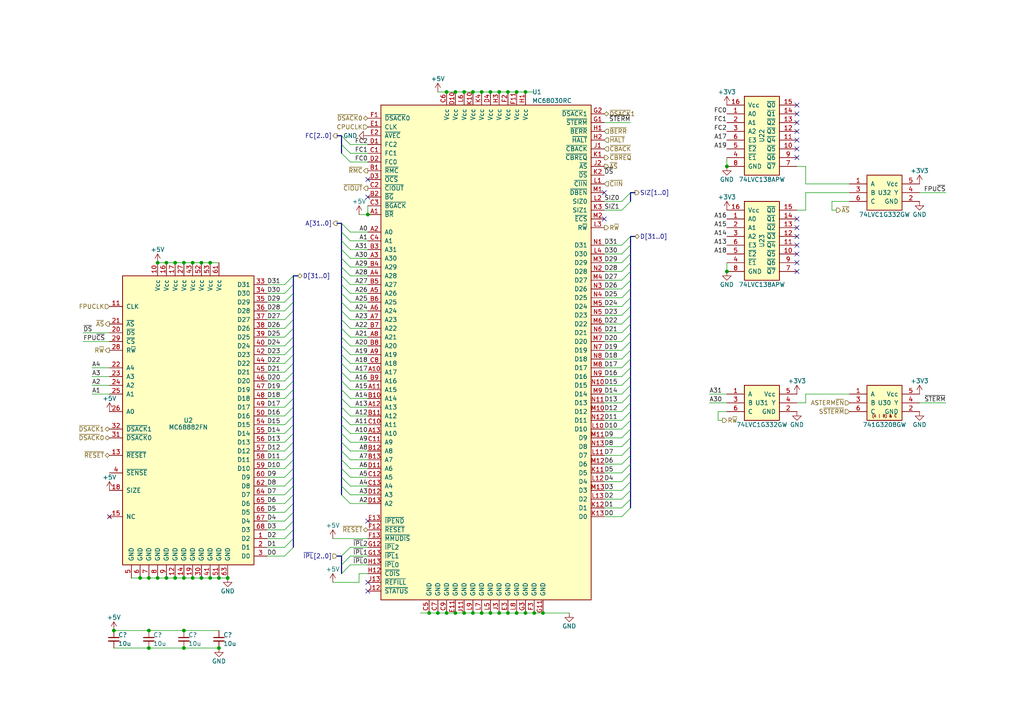
<source format=kicad_sch>
(kicad_sch (version 20230121) (generator eeschema)
  (paper "A4")
  (junction (at 129.54 26.67))
  (junction (at 63.5 187.96))
  (junction (at 66.04 167.64))
  (junction (at 58.42 167.64))
  (junction (at 152.4 26.67))
  (junction (at 147.32 26.67))
  (junction (at 106.68 62.23))
  (junction (at 149.86 177.8))
  (junction (at 60.96 76.2))
  (junction (at 137.16 26.67))
  (junction (at 58.42 76.2))
  (junction (at 127 177.8))
  (junction (at 210.82 78.74))
  (junction (at 132.08 177.8))
  (junction (at 157.48 177.8))
  (junction (at 149.86 26.67))
  (junction (at 53.34 182.88))
  (junction (at 134.62 26.67))
  (junction (at 142.24 26.67))
  (junction (at 147.32 177.8))
  (junction (at 63.5 167.64))
  (junction (at 154.94 177.8))
  (junction (at 134.62 177.8))
  (junction (at 210.82 48.26))
  (junction (at 40.64 167.64))
  (junction (at 129.54 177.8))
  (junction (at 53.34 187.96))
  (junction (at 124.46 177.8))
  (junction (at 43.18 187.96))
  (junction (at 55.88 167.64))
  (junction (at 50.8 167.64))
  (junction (at 139.7 26.67))
  (junction (at 53.34 76.2))
  (junction (at 45.72 76.2))
  (junction (at 50.8 76.2))
  (junction (at 139.7 177.8))
  (junction (at 43.18 167.64))
  (junction (at 152.4 177.8))
  (junction (at 137.16 177.8))
  (junction (at 144.78 26.67))
  (junction (at 142.24 177.8))
  (junction (at 48.26 76.2))
  (junction (at 48.26 167.64))
  (junction (at 33.02 182.88))
  (junction (at 132.08 26.67))
  (junction (at 53.34 167.64))
  (junction (at 55.88 76.2))
  (junction (at 43.18 182.88))
  (junction (at 144.78 177.8))
  (junction (at 45.72 167.64))
  (junction (at 60.96 167.64))
  (no_connect (at 106.68 151.13))
  (no_connect (at 31.75 149.86))
  (no_connect (at 231.14 73.66))
  (no_connect (at 175.26 63.5))
  (no_connect (at 231.14 66.04))
  (no_connect (at 231.14 43.18))
  (no_connect (at 231.14 30.48))
  (no_connect (at 231.14 63.5))
  (no_connect (at 106.68 168.91))
  (no_connect (at 106.68 52.07))
  (no_connect (at 231.14 38.1))
  (no_connect (at 231.14 35.56))
  (no_connect (at 231.14 76.2))
  (no_connect (at 175.26 55.88))
  (no_connect (at 231.14 45.72))
  (no_connect (at 231.14 33.02))
  (no_connect (at 106.68 171.45))
  (no_connect (at 231.14 71.12))
  (no_connect (at 106.68 57.15))
  (no_connect (at 231.14 78.74))
  (no_connect (at 231.14 40.64))
  (no_connect (at 231.14 68.58))
  (bus_entry (at 82.55 128.27) (size 2.54 -2.54))
  (bus_entry (at 101.6 90.17) (size -2.54 -2.54))
  (bus_entry (at 101.6 113.03) (size -2.54 -2.54))
  (bus_entry (at 101.6 105.41) (size -2.54 -2.54))
  (bus_entry (at 180.34 134.62) (size 2.54 -2.54))
  (bus_entry (at 101.6 69.85) (size -2.54 -2.54))
  (bus_entry (at 180.34 109.22) (size 2.54 -2.54))
  (bus_entry (at 180.34 91.44) (size 2.54 -2.54))
  (bus_entry (at 101.6 85.09) (size -2.54 -2.54))
  (bus_entry (at 101.6 161.29) (size -2.54 2.54))
  (bus_entry (at 82.55 97.79) (size 2.54 -2.54))
  (bus_entry (at 180.34 73.66) (size 2.54 -2.54))
  (bus_entry (at 82.55 100.33) (size 2.54 -2.54))
  (bus_entry (at 180.34 124.46) (size 2.54 -2.54))
  (bus_entry (at 101.6 82.55) (size -2.54 -2.54))
  (bus_entry (at 101.6 138.43) (size -2.54 -2.54))
  (bus_entry (at 180.34 76.2) (size 2.54 -2.54))
  (bus_entry (at 180.34 58.42) (size 2.54 -2.54))
  (bus_entry (at 82.55 92.71) (size 2.54 -2.54))
  (bus_entry (at 180.34 147.32) (size 2.54 -2.54))
  (bus_entry (at 101.6 118.11) (size -2.54 -2.54))
  (bus_entry (at 101.6 100.33) (size -2.54 -2.54))
  (bus_entry (at 101.6 95.25) (size -2.54 -2.54))
  (bus_entry (at 82.55 130.81) (size 2.54 -2.54))
  (bus_entry (at 180.34 116.84) (size 2.54 -2.54))
  (bus_entry (at 101.6 110.49) (size -2.54 -2.54))
  (bus_entry (at 180.34 139.7) (size 2.54 -2.54))
  (bus_entry (at 180.34 137.16) (size 2.54 -2.54))
  (bus_entry (at 101.6 140.97) (size -2.54 -2.54))
  (bus_entry (at 82.55 118.11) (size 2.54 -2.54))
  (bus_entry (at 101.6 92.71) (size -2.54 -2.54))
  (bus_entry (at 82.55 82.55) (size 2.54 -2.54))
  (bus_entry (at 101.6 74.93) (size -2.54 -2.54))
  (bus_entry (at 82.55 151.13) (size 2.54 -2.54))
  (bus_entry (at 180.34 142.24) (size 2.54 -2.54))
  (bus_entry (at 180.34 93.98) (size 2.54 -2.54))
  (bus_entry (at 82.55 140.97) (size 2.54 -2.54))
  (bus_entry (at 82.55 95.25) (size 2.54 -2.54))
  (bus_entry (at 180.34 96.52) (size 2.54 -2.54))
  (bus_entry (at 82.55 158.75) (size 2.54 -2.54))
  (bus_entry (at 82.55 115.57) (size 2.54 -2.54))
  (bus_entry (at 180.34 81.28) (size 2.54 -2.54))
  (bus_entry (at 101.6 107.95) (size -2.54 -2.54))
  (bus_entry (at 101.6 143.51) (size -2.54 -2.54))
  (bus_entry (at 82.55 87.63) (size 2.54 -2.54))
  (bus_entry (at 82.55 120.65) (size 2.54 -2.54))
  (bus_entry (at 101.6 135.89) (size -2.54 -2.54))
  (bus_entry (at 101.6 158.75) (size -2.54 2.54))
  (bus_entry (at 101.6 87.63) (size -2.54 -2.54))
  (bus_entry (at 82.55 153.67) (size 2.54 -2.54))
  (bus_entry (at 101.6 46.99) (size -2.54 -2.54))
  (bus_entry (at 101.6 123.19) (size -2.54 -2.54))
  (bus_entry (at 82.55 85.09) (size 2.54 -2.54))
  (bus_entry (at 101.6 163.83) (size -2.54 2.54))
  (bus_entry (at 180.34 129.54) (size 2.54 -2.54))
  (bus_entry (at 180.34 71.12) (size 2.54 -2.54))
  (bus_entry (at 180.34 101.6) (size 2.54 -2.54))
  (bus_entry (at 180.34 60.96) (size 2.54 -2.54))
  (bus_entry (at 101.6 77.47) (size -2.54 -2.54))
  (bus_entry (at 101.6 97.79) (size -2.54 -2.54))
  (bus_entry (at 82.55 90.17) (size 2.54 -2.54))
  (bus_entry (at 82.55 125.73) (size 2.54 -2.54))
  (bus_entry (at 180.34 144.78) (size 2.54 -2.54))
  (bus_entry (at 101.6 67.31) (size -2.54 -2.54))
  (bus_entry (at 180.34 114.3) (size 2.54 -2.54))
  (bus_entry (at 101.6 120.65) (size -2.54 -2.54))
  (bus_entry (at 101.6 44.45) (size -2.54 -2.54))
  (bus_entry (at 82.55 135.89) (size 2.54 -2.54))
  (bus_entry (at 101.6 41.91) (size -2.54 -2.54))
  (bus_entry (at 101.6 128.27) (size -2.54 -2.54))
  (bus_entry (at 82.55 138.43) (size 2.54 -2.54))
  (bus_entry (at 180.34 104.14) (size 2.54 -2.54))
  (bus_entry (at 82.55 161.29) (size 2.54 -2.54))
  (bus_entry (at 180.34 127) (size 2.54 -2.54))
  (bus_entry (at 180.34 149.86) (size 2.54 -2.54))
  (bus_entry (at 82.55 107.95) (size 2.54 -2.54))
  (bus_entry (at 101.6 146.05) (size -2.54 -2.54))
  (bus_entry (at 180.34 121.92) (size 2.54 -2.54))
  (bus_entry (at 180.34 106.68) (size 2.54 -2.54))
  (bus_entry (at 101.6 72.39) (size -2.54 -2.54))
  (bus_entry (at 180.34 99.06) (size 2.54 -2.54))
  (bus_entry (at 82.55 148.59) (size 2.54 -2.54))
  (bus_entry (at 82.55 133.35) (size 2.54 -2.54))
  (bus_entry (at 82.55 123.19) (size 2.54 -2.54))
  (bus_entry (at 180.34 86.36) (size 2.54 -2.54))
  (bus_entry (at 180.34 83.82) (size 2.54 -2.54))
  (bus_entry (at 82.55 143.51) (size 2.54 -2.54))
  (bus_entry (at 101.6 115.57) (size -2.54 -2.54))
  (bus_entry (at 82.55 105.41) (size 2.54 -2.54))
  (bus_entry (at 101.6 102.87) (size -2.54 -2.54))
  (bus_entry (at 101.6 133.35) (size -2.54 -2.54))
  (bus_entry (at 82.55 102.87) (size 2.54 -2.54))
  (bus_entry (at 82.55 146.05) (size 2.54 -2.54))
  (bus_entry (at 82.55 113.03) (size 2.54 -2.54))
  (bus_entry (at 101.6 130.81) (size -2.54 -2.54))
  (bus_entry (at 180.34 78.74) (size 2.54 -2.54))
  (bus_entry (at 180.34 119.38) (size 2.54 -2.54))
  (bus_entry (at 82.55 156.21) (size 2.54 -2.54))
  (bus_entry (at 101.6 80.01) (size -2.54 -2.54))
  (bus_entry (at 180.34 88.9) (size 2.54 -2.54))
  (bus_entry (at 180.34 132.08) (size 2.54 -2.54))
  (bus_entry (at 101.6 125.73) (size -2.54 -2.54))
  (bus_entry (at 82.55 110.49) (size 2.54 -2.54))
  (bus_entry (at 180.34 111.76) (size 2.54 -2.54))
  (wire (pts (xy 180.34 60.96) (xy 175.26 60.96)))
  (bus (pts (xy 99.06 82.55) (xy 99.06 85.09)))
  (bus (pts (xy 85.09 135.89) (xy 85.09 138.43)))
  (wire (pts (xy 209.55 121.92) (xy 208.28 121.92)))
  (bus (pts (xy 182.88 68.58) (xy 182.88 71.12)))
  (bus (pts (xy 182.88 132.08) (xy 182.88 134.62)))
  (wire (pts (xy 144.78 26.67) (xy 147.32 26.67)))
  (wire (pts (xy 137.16 177.8) (xy 139.7 177.8)))
  (wire (pts (xy 208.28 121.92) (xy 208.28 119.38)))
  (bus (pts (xy 99.06 74.93) (xy 99.06 77.47)))
  (wire (pts (xy 45.72 76.2) (xy 48.26 76.2)))
  (wire (pts (xy 53.34 76.2) (xy 55.88 76.2)))
  (wire (pts (xy 43.18 167.64) (xy 40.64 167.64)))
  (wire (pts (xy 175.26 81.28) (xy 180.34 81.28)))
  (wire (pts (xy 106.68 140.97) (xy 101.6 140.97)))
  (wire (pts (xy 175.26 124.46) (xy 180.34 124.46)))
  (bus (pts (xy 85.09 153.67) (xy 85.09 156.21)))
  (bus (pts (xy 99.06 90.17) (xy 99.06 92.71)))
  (wire (pts (xy 33.02 182.88) (xy 43.18 182.88)))
  (bus (pts (xy 99.06 118.11) (xy 99.06 120.65)))
  (bus (pts (xy 99.06 125.73) (xy 99.06 128.27)))
  (wire (pts (xy 233.68 55.88) (xy 246.38 55.88)))
  (bus (pts (xy 85.09 115.57) (xy 85.09 118.11)))
  (wire (pts (xy 63.5 167.64) (xy 60.96 167.64)))
  (wire (pts (xy 132.08 177.8) (xy 134.62 177.8)))
  (bus (pts (xy 182.88 124.46) (xy 182.88 127)))
  (wire (pts (xy 175.26 129.54) (xy 180.34 129.54)))
  (wire (pts (xy 154.94 177.8) (xy 157.48 177.8)))
  (wire (pts (xy 77.47 100.33) (xy 82.55 100.33)))
  (wire (pts (xy 175.26 139.7) (xy 180.34 139.7)))
  (bus (pts (xy 99.06 107.95) (xy 99.06 110.49)))
  (wire (pts (xy 175.26 134.62) (xy 180.34 134.62)))
  (wire (pts (xy 26.67 109.22) (xy 31.75 109.22)))
  (wire (pts (xy 149.86 177.8) (xy 152.4 177.8)))
  (wire (pts (xy 106.68 158.75) (xy 101.6 158.75)))
  (wire (pts (xy 139.7 26.67) (xy 142.24 26.67)))
  (wire (pts (xy 175.26 137.16) (xy 180.34 137.16)))
  (wire (pts (xy 144.78 177.8) (xy 147.32 177.8)))
  (wire (pts (xy 134.62 26.67) (xy 137.16 26.67)))
  (bus (pts (xy 182.88 83.82) (xy 182.88 86.36)))
  (bus (pts (xy 85.09 146.05) (xy 85.09 148.59)))
  (wire (pts (xy 233.68 53.34) (xy 246.38 53.34)))
  (wire (pts (xy 77.47 133.35) (xy 82.55 133.35)))
  (wire (pts (xy 106.68 92.71) (xy 101.6 92.71)))
  (bus (pts (xy 99.06 85.09) (xy 99.06 87.63)))
  (wire (pts (xy 142.24 26.67) (xy 144.78 26.67)))
  (bus (pts (xy 99.06 135.89) (xy 99.06 138.43)))
  (wire (pts (xy 77.47 161.29) (xy 82.55 161.29)))
  (wire (pts (xy 175.26 142.24) (xy 180.34 142.24)))
  (wire (pts (xy 152.4 26.67) (xy 154.94 26.67)))
  (bus (pts (xy 97.79 39.37) (xy 99.06 39.37)))
  (bus (pts (xy 85.09 148.59) (xy 85.09 151.13)))
  (wire (pts (xy 106.68 123.19) (xy 101.6 123.19)))
  (wire (pts (xy 77.47 151.13) (xy 82.55 151.13)))
  (bus (pts (xy 99.06 128.27) (xy 99.06 130.81)))
  (wire (pts (xy 106.68 87.63) (xy 101.6 87.63)))
  (wire (pts (xy 53.34 182.88) (xy 63.5 182.88)))
  (wire (pts (xy 50.8 76.2) (xy 53.34 76.2)))
  (wire (pts (xy 40.64 167.64) (xy 38.1 167.64)))
  (bus (pts (xy 99.06 67.31) (xy 99.06 69.85)))
  (bus (pts (xy 99.06 39.37) (xy 99.06 41.91)))
  (wire (pts (xy 152.4 177.8) (xy 154.94 177.8)))
  (bus (pts (xy 85.09 110.49) (xy 85.09 113.03)))
  (wire (pts (xy 77.47 87.63) (xy 82.55 87.63)))
  (wire (pts (xy 106.68 146.05) (xy 101.6 146.05)))
  (bus (pts (xy 85.09 130.81) (xy 85.09 133.35)))
  (wire (pts (xy 104.14 62.23) (xy 106.68 62.23)))
  (wire (pts (xy 106.68 161.29) (xy 101.6 161.29)))
  (bus (pts (xy 85.09 113.03) (xy 85.09 115.57)))
  (wire (pts (xy 175.26 121.92) (xy 180.34 121.92)))
  (wire (pts (xy 175.26 35.56) (xy 182.88 35.56)))
  (bus (pts (xy 85.09 143.51) (xy 85.09 146.05)))
  (wire (pts (xy 132.08 26.67) (xy 134.62 26.67)))
  (bus (pts (xy 182.88 137.16) (xy 182.88 139.7)))
  (wire (pts (xy 77.47 148.59) (xy 82.55 148.59)))
  (wire (pts (xy 101.6 41.91) (xy 106.68 41.91)))
  (wire (pts (xy 106.68 143.51) (xy 101.6 143.51)))
  (wire (pts (xy 142.24 177.8) (xy 144.78 177.8)))
  (bus (pts (xy 85.09 125.73) (xy 85.09 128.27)))
  (wire (pts (xy 205.74 116.84) (xy 210.82 116.84)))
  (wire (pts (xy 77.47 135.89) (xy 82.55 135.89)))
  (wire (pts (xy 106.68 77.47) (xy 101.6 77.47)))
  (bus (pts (xy 99.06 113.03) (xy 99.06 115.57)))
  (wire (pts (xy 233.68 48.26) (xy 233.68 53.34)))
  (wire (pts (xy 96.52 156.21) (xy 106.68 156.21)))
  (wire (pts (xy 175.26 93.98) (xy 180.34 93.98)))
  (bus (pts (xy 99.06 64.77) (xy 99.06 67.31)))
  (bus (pts (xy 85.09 118.11) (xy 85.09 120.65)))
  (wire (pts (xy 77.47 105.41) (xy 82.55 105.41)))
  (wire (pts (xy 106.68 133.35) (xy 101.6 133.35)))
  (wire (pts (xy 205.74 114.3) (xy 210.82 114.3)))
  (bus (pts (xy 97.79 161.29) (xy 99.06 161.29)))
  (wire (pts (xy 106.68 107.95) (xy 101.6 107.95)))
  (wire (pts (xy 77.47 110.49) (xy 82.55 110.49)))
  (bus (pts (xy 99.06 130.81) (xy 99.06 133.35)))
  (bus (pts (xy 85.09 90.17) (xy 85.09 92.71)))
  (bus (pts (xy 182.88 114.3) (xy 182.88 116.84)))
  (wire (pts (xy 137.16 26.67) (xy 139.7 26.67)))
  (wire (pts (xy 26.67 114.3) (xy 31.75 114.3)))
  (wire (pts (xy 175.26 76.2) (xy 180.34 76.2)))
  (wire (pts (xy 157.48 177.8) (xy 165.1 177.8)))
  (wire (pts (xy 242.57 60.96) (xy 241.3 60.96)))
  (bus (pts (xy 85.09 140.97) (xy 85.09 143.51)))
  (bus (pts (xy 99.06 100.33) (xy 99.06 102.87)))
  (wire (pts (xy 129.54 26.67) (xy 132.08 26.67)))
  (wire (pts (xy 77.47 82.55) (xy 82.55 82.55)))
  (wire (pts (xy 101.6 46.99) (xy 106.68 46.99)))
  (wire (pts (xy 96.52 168.91) (xy 104.14 168.91)))
  (wire (pts (xy 127 177.8) (xy 129.54 177.8)))
  (wire (pts (xy 43.18 187.96) (xy 53.34 187.96)))
  (wire (pts (xy 147.32 177.8) (xy 149.86 177.8)))
  (bus (pts (xy 99.06 120.65) (xy 99.06 123.19)))
  (wire (pts (xy 106.68 110.49) (xy 101.6 110.49)))
  (wire (pts (xy 55.88 76.2) (xy 58.42 76.2)))
  (wire (pts (xy 58.42 76.2) (xy 60.96 76.2)))
  (bus (pts (xy 182.88 73.66) (xy 182.88 76.2)))
  (bus (pts (xy 182.88 104.14) (xy 182.88 106.68)))
  (bus (pts (xy 99.06 140.97) (xy 99.06 143.51)))
  (wire (pts (xy 77.47 95.25) (xy 82.55 95.25)))
  (wire (pts (xy 175.26 127) (xy 180.34 127)))
  (wire (pts (xy 77.47 146.05) (xy 82.55 146.05)))
  (bus (pts (xy 99.06 97.79) (xy 99.06 100.33)))
  (bus (pts (xy 85.09 87.63) (xy 85.09 90.17)))
  (bus (pts (xy 85.09 95.25) (xy 85.09 97.79)))
  (wire (pts (xy 58.42 167.64) (xy 55.88 167.64)))
  (bus (pts (xy 184.15 68.58) (xy 182.88 68.58)))
  (wire (pts (xy 48.26 167.64) (xy 45.72 167.64)))
  (bus (pts (xy 182.88 99.06) (xy 182.88 101.6)))
  (wire (pts (xy 106.68 118.11) (xy 101.6 118.11)))
  (bus (pts (xy 85.09 128.27) (xy 85.09 130.81)))
  (wire (pts (xy 121.92 177.8) (xy 124.46 177.8)))
  (wire (pts (xy 26.67 106.68) (xy 31.75 106.68)))
  (bus (pts (xy 99.06 80.01) (xy 99.06 82.55)))
  (wire (pts (xy 175.26 73.66) (xy 180.34 73.66)))
  (bus (pts (xy 182.88 93.98) (xy 182.88 96.52)))
  (wire (pts (xy 77.47 143.51) (xy 82.55 143.51)))
  (wire (pts (xy 31.75 99.06) (xy 24.13 99.06)))
  (wire (pts (xy 175.26 116.84) (xy 180.34 116.84)))
  (wire (pts (xy 231.14 48.26) (xy 233.68 48.26)))
  (wire (pts (xy 53.34 167.64) (xy 50.8 167.64)))
  (wire (pts (xy 53.34 187.96) (xy 63.5 187.96)))
  (wire (pts (xy 175.26 96.52) (xy 180.34 96.52)))
  (wire (pts (xy 175.26 147.32) (xy 180.34 147.32)))
  (wire (pts (xy 77.47 130.81) (xy 82.55 130.81)))
  (wire (pts (xy 106.68 82.55) (xy 101.6 82.55)))
  (wire (pts (xy 106.68 115.57) (xy 101.6 115.57)))
  (wire (pts (xy 233.68 55.88) (xy 233.68 60.96)))
  (wire (pts (xy 175.26 101.6) (xy 180.34 101.6)))
  (bus (pts (xy 85.09 156.21) (xy 85.09 158.75)))
  (bus (pts (xy 99.06 92.71) (xy 99.06 95.25)))
  (wire (pts (xy 231.14 116.84) (xy 233.68 116.84)))
  (bus (pts (xy 182.88 109.22) (xy 182.88 111.76)))
  (bus (pts (xy 99.06 41.91) (xy 99.06 44.45)))
  (wire (pts (xy 33.02 187.96) (xy 43.18 187.96)))
  (bus (pts (xy 182.88 88.9) (xy 182.88 91.44)))
  (wire (pts (xy 241.3 58.42) (xy 246.38 58.42)))
  (wire (pts (xy 106.68 100.33) (xy 101.6 100.33)))
  (wire (pts (xy 233.68 116.84) (xy 233.68 114.3)))
  (bus (pts (xy 182.88 134.62) (xy 182.88 137.16)))
  (wire (pts (xy 124.46 177.8) (xy 127 177.8)))
  (wire (pts (xy 106.68 72.39) (xy 101.6 72.39)))
  (bus (pts (xy 99.06 77.47) (xy 99.06 80.01)))
  (bus (pts (xy 99.06 138.43) (xy 99.06 140.97)))
  (wire (pts (xy 77.47 107.95) (xy 82.55 107.95)))
  (wire (pts (xy 175.26 119.38) (xy 180.34 119.38)))
  (bus (pts (xy 85.09 107.95) (xy 85.09 110.49)))
  (bus (pts (xy 99.06 161.29) (xy 99.06 163.83)))
  (bus (pts (xy 182.88 91.44) (xy 182.88 93.98)))
  (wire (pts (xy 106.68 44.45) (xy 101.6 44.45)))
  (wire (pts (xy 175.26 109.22) (xy 180.34 109.22)))
  (bus (pts (xy 182.88 129.54) (xy 182.88 132.08)))
  (wire (pts (xy 106.68 102.87) (xy 101.6 102.87)))
  (wire (pts (xy 66.04 167.64) (xy 63.5 167.64)))
  (wire (pts (xy 106.68 80.01) (xy 101.6 80.01)))
  (wire (pts (xy 77.47 92.71) (xy 82.55 92.71)))
  (wire (pts (xy 106.68 135.89) (xy 101.6 135.89)))
  (bus (pts (xy 86.36 80.01) (xy 85.09 80.01)))
  (bus (pts (xy 182.88 111.76) (xy 182.88 114.3)))
  (wire (pts (xy 106.68 85.09) (xy 101.6 85.09)))
  (bus (pts (xy 182.88 127) (xy 182.88 129.54)))
  (wire (pts (xy 106.68 74.93) (xy 101.6 74.93)))
  (bus (pts (xy 99.06 133.35) (xy 99.06 135.89)))
  (bus (pts (xy 182.88 96.52) (xy 182.88 99.06)))
  (bus (pts (xy 85.09 82.55) (xy 85.09 85.09)))
  (bus (pts (xy 182.88 106.68) (xy 182.88 109.22)))
  (bus (pts (xy 182.88 78.74) (xy 182.88 81.28)))
  (wire (pts (xy 266.7 55.88) (xy 274.32 55.88)))
  (wire (pts (xy 26.67 111.76) (xy 31.75 111.76)))
  (wire (pts (xy 77.47 115.57) (xy 82.55 115.57)))
  (bus (pts (xy 184.15 55.88) (xy 182.88 55.88)))
  (wire (pts (xy 77.47 153.67) (xy 82.55 153.67)))
  (wire (pts (xy 266.7 116.84) (xy 274.32 116.84)))
  (bus (pts (xy 85.09 133.35) (xy 85.09 135.89)))
  (bus (pts (xy 99.06 69.85) (xy 99.06 72.39)))
  (wire (pts (xy 77.47 158.75) (xy 82.55 158.75)))
  (wire (pts (xy 233.68 114.3) (xy 246.38 114.3)))
  (bus (pts (xy 99.06 105.41) (xy 99.06 107.95)))
  (bus (pts (xy 182.88 142.24) (xy 182.88 144.78)))
  (bus (pts (xy 182.88 101.6) (xy 182.88 104.14)))
  (bus (pts (xy 99.06 72.39) (xy 99.06 74.93)))
  (bus (pts (xy 182.88 144.78) (xy 182.88 147.32)))
  (wire (pts (xy 208.28 119.38) (xy 210.82 119.38)))
  (wire (pts (xy 127 26.67) (xy 129.54 26.67)))
  (bus (pts (xy 182.88 81.28) (xy 182.88 83.82)))
  (wire (pts (xy 60.96 76.2) (xy 63.5 76.2)))
  (wire (pts (xy 77.47 97.79) (xy 82.55 97.79)))
  (wire (pts (xy 106.68 128.27) (xy 101.6 128.27)))
  (wire (pts (xy 77.47 85.09) (xy 82.55 85.09)))
  (bus (pts (xy 99.06 163.83) (xy 99.06 166.37)))
  (wire (pts (xy 104.14 166.37) (xy 106.68 166.37)))
  (wire (pts (xy 175.26 88.9) (xy 180.34 88.9)))
  (wire (pts (xy 139.7 177.8) (xy 142.24 177.8)))
  (wire (pts (xy 106.68 138.43) (xy 101.6 138.43)))
  (bus (pts (xy 99.06 115.57) (xy 99.06 118.11)))
  (bus (pts (xy 97.79 64.77) (xy 99.06 64.77)))
  (wire (pts (xy 77.47 123.19) (xy 82.55 123.19)))
  (wire (pts (xy 175.26 58.42) (xy 180.34 58.42)))
  (wire (pts (xy 175.26 71.12) (xy 180.34 71.12)))
  (wire (pts (xy 45.72 167.64) (xy 43.18 167.64)))
  (wire (pts (xy 129.54 177.8) (xy 132.08 177.8)))
  (bus (pts (xy 99.06 102.87) (xy 99.06 105.41)))
  (wire (pts (xy 175.26 78.74) (xy 180.34 78.74)))
  (bus (pts (xy 85.09 151.13) (xy 85.09 153.67)))
  (wire (pts (xy 77.47 102.87) (xy 82.55 102.87)))
  (wire (pts (xy 106.68 69.85) (xy 101.6 69.85)))
  (wire (pts (xy 50.8 167.64) (xy 48.26 167.64)))
  (wire (pts (xy 77.47 138.43) (xy 82.55 138.43)))
  (wire (pts (xy 106.68 67.31) (xy 101.6 67.31)))
  (wire (pts (xy 231.14 60.96) (xy 233.68 60.96)))
  (wire (pts (xy 77.47 113.03) (xy 82.55 113.03)))
  (bus (pts (xy 85.09 123.19) (xy 85.09 125.73)))
  (wire (pts (xy 175.26 111.76) (xy 180.34 111.76)))
  (wire (pts (xy 175.26 104.14) (xy 180.34 104.14)))
  (wire (pts (xy 147.32 26.67) (xy 149.86 26.67)))
  (bus (pts (xy 182.88 139.7) (xy 182.88 142.24)))
  (bus (pts (xy 85.09 102.87) (xy 85.09 105.41)))
  (wire (pts (xy 175.26 114.3) (xy 180.34 114.3)))
  (wire (pts (xy 175.26 132.08) (xy 180.34 132.08)))
  (wire (pts (xy 77.47 128.27) (xy 82.55 128.27)))
  (wire (pts (xy 77.47 120.65) (xy 82.55 120.65)))
  (wire (pts (xy 175.26 99.06) (xy 180.34 99.06)))
  (bus (pts (xy 99.06 95.25) (xy 99.06 97.79)))
  (wire (pts (xy 175.26 86.36) (xy 180.34 86.36)))
  (wire (pts (xy 77.47 125.73) (xy 82.55 125.73)))
  (bus (pts (xy 182.88 116.84) (xy 182.88 119.38)))
  (wire (pts (xy 175.26 106.68) (xy 180.34 106.68)))
  (wire (pts (xy 210.82 76.2) (xy 210.82 78.74)))
  (bus (pts (xy 182.88 71.12) (xy 182.88 73.66)))
  (bus (pts (xy 85.09 100.33) (xy 85.09 102.87)))
  (wire (pts (xy 106.68 130.81) (xy 101.6 130.81)))
  (wire (pts (xy 241.3 60.96) (xy 241.3 58.42)))
  (wire (pts (xy 106.68 105.41) (xy 101.6 105.41)))
  (wire (pts (xy 106.68 97.79) (xy 101.6 97.79)))
  (wire (pts (xy 175.26 83.82) (xy 180.34 83.82)))
  (wire (pts (xy 77.47 118.11) (xy 82.55 118.11)))
  (wire (pts (xy 106.68 62.23) (xy 106.68 59.69)))
  (wire (pts (xy 210.82 45.72) (xy 210.82 48.26)))
  (wire (pts (xy 77.47 90.17) (xy 82.55 90.17)))
  (bus (pts (xy 182.88 121.92) (xy 182.88 124.46)))
  (wire (pts (xy 48.26 76.2) (xy 50.8 76.2)))
  (bus (pts (xy 182.88 119.38) (xy 182.88 121.92)))
  (wire (pts (xy 24.13 96.52) (xy 31.75 96.52)))
  (bus (pts (xy 182.88 86.36) (xy 182.88 88.9)))
  (wire (pts (xy 106.68 120.65) (xy 101.6 120.65)))
  (wire (pts (xy 106.68 113.03) (xy 101.6 113.03)))
  (wire (pts (xy 106.68 90.17) (xy 101.6 90.17)))
  (bus (pts (xy 182.88 76.2) (xy 182.88 78.74)))
  (bus (pts (xy 99.06 87.63) (xy 99.06 90.17)))
  (bus (pts (xy 99.06 110.49) (xy 99.06 113.03)))
  (wire (pts (xy 104.14 168.91) (xy 104.14 166.37)))
  (wire (pts (xy 77.47 156.21) (xy 82.55 156.21)))
  (wire (pts (xy 149.86 26.67) (xy 152.4 26.67)))
  (bus (pts (xy 85.09 138.43) (xy 85.09 140.97)))
  (bus (pts (xy 182.88 55.88) (xy 182.88 58.42)))
  (wire (pts (xy 134.62 177.8) (xy 137.16 177.8)))
  (wire (pts (xy 106.68 125.73) (xy 101.6 125.73)))
  (wire (pts (xy 55.88 167.64) (xy 53.34 167.64)))
  (bus (pts (xy 85.09 80.01) (xy 85.09 82.55)))
  (bus (pts (xy 85.09 92.71) (xy 85.09 95.25)))
  (bus (pts (xy 99.06 123.19) (xy 99.06 125.73)))
  (wire (pts (xy 60.96 167.64) (xy 58.42 167.64)))
  (wire (pts (xy 77.47 140.97) (xy 82.55 140.97)))
  (bus (pts (xy 85.09 105.41) (xy 85.09 107.95)))
  (wire (pts (xy 175.26 149.86) (xy 180.34 149.86)))
  (wire (pts (xy 106.68 95.25) (xy 101.6 95.25)))
  (wire (pts (xy 175.26 91.44) (xy 180.34 91.44)))
  (bus (pts (xy 85.09 97.79) (xy 85.09 100.33)))
  (bus (pts (xy 85.09 120.65) (xy 85.09 123.19)))
  (wire (pts (xy 53.34 182.88) (xy 43.18 182.88)))
  (wire (pts (xy 175.26 144.78) (xy 180.34 144.78)))
  (wire (pts (xy 106.68 163.83) (xy 101.6 163.83)))
  (bus (pts (xy 85.09 85.09) (xy 85.09 87.63)))
  (label "FC1" (at 210.82 35.56 180))
  (label "A4" (at 106.68 140.97 180))
  (label "D28" (at 175.26 78.74 0))
  (label "D21" (at 77.47 107.95 0))
  (label "A2" (at 106.68 146.05 180))
  (label "D8" (at 77.47 140.97 0))
  (label "A9" (at 106.68 128.27 180))
  (label "D11" (at 175.26 121.92 0))
  (label "D18" (at 77.47 115.57 0))
  (label "A5" (at 106.68 138.43 180))
  (label "A4" (at 26.67 106.68 0))
  (label "D20" (at 77.47 110.49 0))
  (label "D19" (at 175.26 101.6 0))
  (label "~{IPL}0" (at 106.68 163.83 180))
  (label "D27" (at 77.47 92.71 0))
  (label "A24" (at 106.68 90.17 180))
  (label "A23" (at 106.68 92.71 180))
  (label "A16" (at 210.82 63.5 180))
  (label "D30" (at 175.26 73.66 0))
  (label "A2" (at 26.67 111.76 0))
  (label "A15" (at 210.82 66.04 180))
  (label "D17" (at 175.26 106.68 0))
  (label "FC1" (at 106.68 44.45 180))
  (label "D3" (at 175.26 142.24 0))
  (label "A11" (at 106.68 123.19 180))
  (label "D6" (at 175.26 134.62 0))
  (label "D0" (at 77.47 161.29 0))
  (label "D9" (at 77.47 138.43 0))
  (label "D29" (at 175.26 76.2 0))
  (label "A30" (at 205.74 116.84 0))
  (label "A29" (at 106.68 77.47 180))
  (label "A13" (at 210.82 71.12 180))
  (label "A28" (at 106.68 80.01 180))
  (label "~{DS}" (at 24.13 96.52 0))
  (label "A22" (at 106.68 95.25 180))
  (label "D2" (at 175.26 144.78 0))
  (label "D22" (at 77.47 105.41 0))
  (label "D15" (at 77.47 123.19 0))
  (label "D25" (at 175.26 86.36 0))
  (label "D10" (at 77.47 135.89 0))
  (label "D14" (at 77.47 125.73 0))
  (label "SIZ1" (at 175.26 60.96 0))
  (label "~{IPL}2" (at 106.68 158.75 180))
  (label "A20" (at 106.68 100.33 180))
  (label "D7" (at 77.47 143.51 0))
  (label "D5" (at 175.26 137.16 0))
  (label "D4" (at 77.47 151.13 0))
  (label "A1" (at 106.68 69.85 180))
  (label "SIZ0" (at 175.26 58.42 0))
  (label "A26" (at 106.68 85.09 180))
  (label "D16" (at 77.47 120.65 0))
  (label "D11" (at 77.47 133.35 0))
  (label "A25" (at 106.68 87.63 180))
  (label "A15" (at 106.68 113.03 180))
  (label "D6" (at 77.47 146.05 0))
  (label "D31" (at 175.26 71.12 0))
  (label "A17" (at 210.82 40.64 180))
  (label "D20" (at 175.26 99.06 0))
  (label "~{STERM}" (at 274.32 116.84 180))
  (label "D1" (at 175.26 147.32 0))
  (label "D12" (at 77.47 130.81 0))
  (label "D25" (at 77.47 97.79 0))
  (label "A31" (at 205.74 114.3 0))
  (label "FPU~{CS}" (at 24.13 99.06 0))
  (label "D24" (at 77.47 100.33 0))
  (label "D31" (at 77.47 82.55 0))
  (label "FC0" (at 210.82 33.02 180))
  (label "A13" (at 106.68 118.11 180))
  (label "D26" (at 77.47 95.25 0))
  (label "A19" (at 210.82 43.18 180))
  (label "D5" (at 77.47 148.59 0))
  (label "A3" (at 26.67 109.22 0))
  (label "D7" (at 175.26 132.08 0))
  (label "FC2" (at 106.68 41.91 180))
  (label "~{DS}" (at 175.26 50.8 0))
  (label "A14" (at 210.82 68.58 180))
  (label "D13" (at 175.26 116.84 0))
  (label "D23" (at 175.26 91.44 0))
  (label "D28" (at 77.47 90.17 0))
  (label "D16" (at 175.26 109.22 0))
  (label "A18" (at 106.68 105.41 180))
  (label "FC0" (at 106.68 46.99 180))
  (label "D1" (at 77.47 158.75 0))
  (label "D18" (at 175.26 104.14 0))
  (label "A17" (at 106.68 107.95 180))
  (label "A18" (at 210.82 73.66 180))
  (label "~{STERM}" (at 182.88 35.56 180))
  (label "FPU~{CS}" (at 274.32 55.88 180))
  (label "D12" (at 175.26 119.38 0))
  (label "D30" (at 77.47 85.09 0))
  (label "D17" (at 77.47 118.11 0))
  (label "~{IPL}1" (at 106.68 161.29 180))
  (label "D10" (at 175.26 124.46 0))
  (label "A21" (at 106.68 97.79 180))
  (label "D24" (at 175.26 88.9 0))
  (label "D29" (at 77.47 87.63 0))
  (label "D13" (at 77.47 128.27 0))
  (label "D2" (at 77.47 156.21 0))
  (label "D21" (at 175.26 96.52 0))
  (label "A12" (at 106.68 120.65 180))
  (label "A8" (at 106.68 130.81 180))
  (label "FC2" (at 210.82 38.1 180))
  (label "D26" (at 175.26 83.82 0))
  (label "A27" (at 106.68 82.55 180))
  (label "D3" (at 77.47 153.67 0))
  (label "A31" (at 106.68 72.39 180))
  (label "D22" (at 175.26 93.98 0))
  (label "A7" (at 106.68 133.35 180))
  (label "A1" (at 26.67 114.3 0))
  (label "D14" (at 175.26 114.3 0))
  (label "A3" (at 106.68 143.51 180))
  (label "D27" (at 175.26 81.28 0))
  (label "A16" (at 106.68 110.49 180))
  (label "D23" (at 77.47 102.87 0))
  (label "A14" (at 106.68 115.57 180))
  (label "D19" (at 77.47 113.03 0))
  (label "A6" (at 106.68 135.89 180))
  (label "D15" (at 175.26 111.76 0))
  (label "D8" (at 175.26 129.54 0))
  (label "A0" (at 106.68 67.31 180))
  (label "D0" (at 175.26 149.86 0))
  (label "A19" (at 106.68 102.87 180))
  (label "A30" (at 106.68 74.93 180))
  (label "A10" (at 106.68 125.73 180))
  (label "D9" (at 175.26 127 0))
  (label "D4" (at 175.26 139.7 0))
  (hierarchical_label "~{RESET}" (shape bidirectional) (at 31.75 132.08 180))
  (hierarchical_label "FC[2..0]" (shape output) (at 97.79 39.37 180))
  (hierarchical_label "~{RESET}" (shape bidirectional) (at 106.68 153.67 180))
  (hierarchical_label "~{DSACK}0" (shape bidirectional) (at 31.75 127 180))
  (hierarchical_label "S~{STERM}" (shape input) (at 246.38 119.38 180))
  (hierarchical_label "~{RMC}" (shape output) (at 106.68 49.53 180))
  (hierarchical_label "~{IPL}[2..0]" (shape input) (at 97.79 161.29 180))
  (hierarchical_label "~{CBREQ}" (shape output) (at 175.26 45.72 0))
  (hierarchical_label "~{CBACK}" (shape input) (at 175.26 43.18 0))
  (hierarchical_label "D[31..0]" (shape bidirectional) (at 184.15 68.58 0))
  (hierarchical_label "FPUCLK" (shape input) (at 31.75 88.9 180))
  (hierarchical_label "R~{W}" (shape output) (at 209.55 121.92 0))
  (hierarchical_label "SIZ[1..0]" (shape output) (at 184.15 55.88 0))
  (hierarchical_label "~{AS}" (shape output) (at 242.57 60.96 0))
  (hierarchical_label "ASTERM~{EN}" (shape input) (at 246.38 116.84 180))
  (hierarchical_label "R~{W}" (shape output) (at 175.26 66.04 0))
  (hierarchical_label "~{AS}" (shape output) (at 175.26 48.26 0))
  (hierarchical_label "R~{W}" (shape output) (at 31.75 101.6 180))
  (hierarchical_label "~{DSACK}0" (shape bidirectional) (at 106.68 34.29 180))
  (hierarchical_label "~{DSACK}1" (shape bidirectional) (at 175.26 33.02 0))
  (hierarchical_label "D[31..0]" (shape bidirectional) (at 86.36 80.01 0))
  (hierarchical_label "~{AS}" (shape output) (at 31.75 93.98 180))
  (hierarchical_label "CPUCLK" (shape input) (at 106.68 36.83 180))
  (hierarchical_label "~{BERR}" (shape input) (at 175.26 38.1 0))
  (hierarchical_label "~{CIOUT}" (shape output) (at 106.68 54.61 180))
  (hierarchical_label "~{DSACK}1" (shape bidirectional) (at 31.75 124.46 180))
  (hierarchical_label "~{CIIN}" (shape input) (at 175.26 53.34 0))
  (hierarchical_label "~{HALT}" (shape input) (at 175.26 40.64 0))
  (hierarchical_label "A[31..0]" (shape output) (at 97.79 64.77 180))
  (symbol (lib_id "Device:C_Small") (at 63.5 185.42 0) (unit 1)
    (property "Reference" "C?" (at 64.77 184.15 0) (effects (justify left)))
    (property "Value" "10u" (at 64.77 186.69 0) (effects (justify left)))
    (property "Footprint" "stdpads:C_0805" (effects hide))
    (instances (project "SE-030" (path "" (reference "C?") (unit 1)) (path "" (reference "C15") (unit 1))))
  )
  (symbol (lib_id "Device:C_Small") (at 53.34 185.42 0) (unit 1)
    (property "Reference" "C?" (at 54.61 184.15 0) (effects (justify left)))
    (property "Value" "10u" (at 54.61 186.69 0) (effects (justify left)))
    (property "Footprint" "stdpads:C_0805" (effects hide))
    (instances (project "SE-030" (path "" (reference "C?") (unit 1)) (path "" (reference "C14") (unit 1))))
  )
  (symbol (lib_id "power:GND") (at 63.5 187.96 0) (unit 1)
    (property "Reference" "#PWR0116" (effects hide))
    (property "Value" "GND" (at 63.5 191.77 0))
    (instances (project "SE-030" (path "" (reference "#PWR0116") (unit 1)) (path "" (reference "#PWR?") (unit 1))))
  )
  (symbol (lib_id "power:+5V") (at 33.02 182.88 0) (unit 1)
    (property "Reference" "#PWR?" (effects hide))
    (property "Value" "+5V" (at 33.02 179.07 0))
    (instances (project "SE-030" (path "" (reference "#PWR?") (unit 1)) (path "" (reference "#PWR0115") (unit 1))))
  )
  (symbol (lib_id "Device:C_Small") (at 43.18 185.42 0) (unit 1)
    (property "Reference" "C?" (at 44.45 184.15 0) (effects (justify left)))
    (property "Value" "10u" (at 44.45 186.69 0) (effects (justify left)))
    (property "Footprint" "stdpads:C_0805" (effects hide))
    (instances (project "SE-030" (path "" (reference "C?") (unit 1)) (path "" (reference "C13") (unit 1))))
  )
  (symbol (lib_id "Device:C_Small") (at 33.02 185.42 0) (unit 1)
    (property "Reference" "C?" (at 34.29 184.15 0) (effects (justify left)))
    (property "Value" "10u" (at 34.29 186.69 0) (effects (justify left)))
    (property "Footprint" "stdpads:C_0805" (effects hide))
    (instances (project "SE-030" (path "" (reference "C?") (unit 1)) (path "" (reference "C12") (unit 1))))
  )
  (symbol (lib_id "power:GND") (at 165.1 177.8 0) (unit 1)
    (property "Reference" "#PWR0106" (effects hide))
    (property "Value" "GND" (at 165.1 181.61 0))
  )
  (symbol (lib_id "power:+5V") (at 96.52 156.21 0) (unit 1)
    (property "Reference" "#PWR0117" (effects hide))
    (property "Value" "+5V" (at 96.52 152.4 0))
  )
  (symbol (lib_id "power:+5V") (at 96.52 168.91 0) (unit 1)
    (property "Reference" "#PWR0118" (effects hide))
    (property "Value" "+5V" (at 96.52 165.1 0))
  )
  (symbol (lib_id "power:GND") (at 106.68 39.37 270) (unit 1)
    (property "Reference" "#PWR0119" (effects hide))
    (property "Value" "GND" (at 101.6 39.37 90))
    (instances (project "SE-030" (path "" (reference "#PWR0119") (unit 1)) (path "" (reference "#PWR?") (unit 1))))
  )
  (symbol (lib_id "power:+5V") (at 104.14 62.23 0) (unit 1)
    (property "Reference" "#PWR0120" (effects hide))
    (property "Value" "+5V" (at 104.14 58.42 0))
  )
  (symbol (lib_id "GW_CPU:MC68882FN") (at 54.61 121.92 0) (unit 1)
    (property "Reference" "U2" (at 54.61 121.92 0))
    (property "Value" "MC68882FN" (at 54.61 123.19 0) (effects (justify top)))
    (property "Footprint" "stdpads:Motorola_CQFP-132" (effects hide))
  )
  (symbol (lib_id "power:GND") (at 66.04 167.64 0) (unit 1)
    (property "Reference" "#PWR0121" (effects hide))
    (property "Value" "GND" (at 66.04 171.45 0))
  )
  (symbol (lib_id "power:+5V") (at 45.72 76.2 0) (unit 1)
    (property "Reference" "#PWR0122" (effects hide))
    (property "Value" "+5V" (at 45.72 72.39 0))
  )
  (symbol (lib_id "power:+5V") (at 127 26.67 0) (unit 1)
    (property "Reference" "#PWR0123" (effects hide))
    (property "Value" "+5V" (at 127 22.86 0))
  )
  (symbol (lib_id "power:+5V") (at 31.75 142.24 0) (unit 1)
    (property "Reference" "#PWR0124" (effects hide))
    (property "Value" "+5V" (at 31.75 138.43 0))
  )
  (symbol (lib_id "power:+5V") (at 31.75 119.38 0) (unit 1)
    (property "Reference" "#PWR0125" (effects hide))
    (property "Value" "+5V" (at 31.75 115.57 0))
  )
  (symbol (lib_id "power:+3V3") (at 231.14 114.3 0) (unit 1)
    (property "Reference" "#PWR020" (effects hide))
    (property "Value" "+3V3" (at 231.14 110.49 0))
  )
  (symbol (lib_id "power:GND") (at 266.7 58.42 0) (unit 1)
    (property "Reference" "#PWR024" (effects hide))
    (property "Value" "GND" (at 266.7 62.23 0))
  )
  (symbol (lib_id "power:GND") (at 266.7 119.38 0) (unit 1)
    (property "Reference" "#PWR022" (effects hide))
    (property "Value" "GND" (at 266.7 123.19 0))
  )
  (symbol (lib_id "GW_Logic:741G3208GW") (at 256.54 116.84 0) (unit 1)
    (property "Reference" "U30" (at 256.54 116.84 0))
    (property "Value" "741G3208GW" (at 256.54 123.19 0))
    (property "Footprint" "stdpads:SOT-363" (effects hide))
  )
  (symbol (lib_id "power:+3V3") (at 266.7 114.3 0) (unit 1)
    (property "Reference" "#PWR021" (effects hide))
    (property "Value" "+3V3" (at 266.7 110.49 0))
  )
  (symbol (lib_id "GW_Logic:741G332GW") (at 220.98 116.84 0) (unit 1)
    (property "Reference" "U31" (at 220.98 116.84 0))
    (property "Value" "74LVC1G332GW" (at 220.98 123.19 0))
    (property "Footprint" "stdpads:SOT-363" (effects hide))
  )
  (symbol (lib_id "GW_Logic:74138") (at 220.98 69.85 0) (unit 1)
    (property "Reference" "U23" (at 220.98 69.85 90))
    (property "Value" "74LVC138APW" (at 220.98 82.55 0))
    (property "Footprint" "stdpads:TSSOP-16_4.4x5mm_P0.65mm" (effects hide))
  )
  (symbol (lib_id "power:GND") (at 231.14 119.38 0) (unit 1)
    (property "Reference" "#PWR019" (effects hide))
    (property "Value" "GND" (at 231.14 123.19 0))
  )
  (symbol (lib_id "GW_CPU:MC68030RC") (at 140.97 113.03 0) (unit 1)
    (property "Reference" "U1" (at 154.3559 26.67 0) (effects (justify left)))
    (property "Value" "MC68030RC" (at 154.3559 29.21 0) (effects (justify left)))
    (property "Footprint" "stdpads:PGA-128_MC68030" (effects hide))
  )
  (symbol (lib_id "power:GND") (at 210.82 78.74 0) (unit 1)
    (property "Reference" "#PWR018" (effects hide))
    (property "Value" "GND" (at 210.82 82.55 0))
  )
  (symbol (lib_id "GW_Logic:74138") (at 220.98 39.37 0) (unit 1)
    (property "Reference" "U22" (at 220.98 39.37 90))
    (property "Value" "74LVC138APW" (at 220.98 52.07 0))
    (property "Footprint" "stdpads:TSSOP-16_4.4x5mm_P0.65mm" (effects hide))
  )
  (symbol (lib_id "power:+3V3") (at 210.82 30.48 0) (unit 1)
    (property "Reference" "#PWR015" (effects hide))
    (property "Value" "+3V3" (at 210.82 26.67 0))
  )
  (symbol (lib_id "GW_Logic:741G332GW") (at 256.54 55.88 0) (unit 1)
    (property "Reference" "U32" (at 256.54 55.88 0))
    (property "Value" "74LVC1G332GW" (at 256.54 62.23 0))
    (property "Footprint" "stdpads:SOT-363" (effects hide))
  )
  (symbol (lib_id "power:+3V3") (at 210.82 60.96 0) (unit 1)
    (property "Reference" "#PWR017" (effects hide))
    (property "Value" "+3V3" (at 210.82 57.15 0))
  )
  (symbol (lib_id "power:GND") (at 210.82 48.26 0) (unit 1)
    (property "Reference" "#PWR016" (effects hide))
    (property "Value" "GND" (at 210.82 52.07 0))
  )
  (symbol (lib_id "power:+3V3") (at 266.7 53.34 0) (unit 1)
    (property "Reference" "#PWR023" (effects hide))
    (property "Value" "+3V3" (at 266.7 49.53 0))
  )
)
</source>
